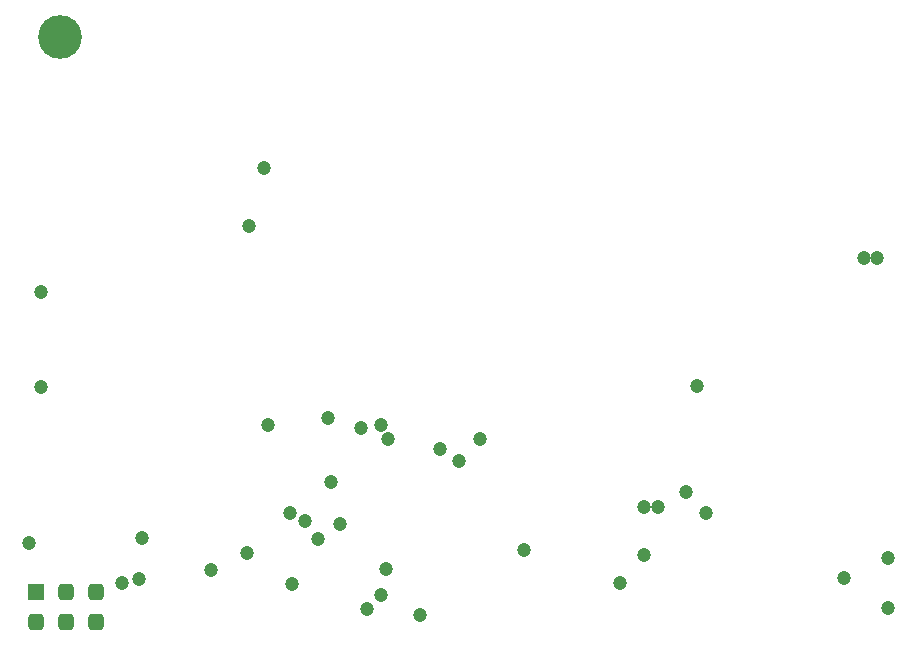
<source format=gbs>
%FSTAX25Y25*%
%MOIN*%
%SFA1B1*%

%IPPOS*%
%AMD58*
4,1,8,-0.011800,-0.027600,0.011800,-0.027600,0.027600,-0.011800,0.027600,0.011800,0.011800,0.027600,-0.011800,0.027600,-0.027600,0.011800,-0.027600,-0.011800,-0.011800,-0.027600,0.0*
1,1,0.031620,-0.011800,-0.011800*
1,1,0.031620,0.011800,-0.011800*
1,1,0.031620,0.011800,0.011800*
1,1,0.031620,-0.011800,0.011800*
%
%ADD57R,0.055240X0.055240*%
G04~CAMADD=58~8~0.0~0.0~552.4~552.4~158.1~0.0~15~0.0~0.0~0.0~0.0~0~0.0~0.0~0.0~0.0~0~0.0~0.0~0.0~180.0~552.0~552.0*
%ADD58D58*%
%ADD59C,0.047370*%
%ADD60C,0.145790*%
%LNvisitcardpcb-1*%
%LPD*%
G54D57*
X0007874Y0015748D03*
G54D58*
X0017874Y0015748D03*
X0027874D03*
X0007874Y0005748D03*
X0017874D03*
X0027874D03*
G54D59*
X007874Y0137795D03*
X0085039Y0071653D03*
X0093307Y0018504D03*
X0036614Y0018898D03*
X0066142Y0023228D03*
X0009449Y0084252D03*
Y0115748D03*
X0291732Y001063D03*
Y0027165D03*
X0042126Y0020079D03*
X0005502Y0032274D03*
X0078347Y002874D03*
X0097638Y003937D03*
X0202362Y0018898D03*
X0109055Y0038583D03*
X009252Y0042126D03*
X0105118Y0074016D03*
X0231102Y0042126D03*
X0116142Y0070472D03*
X022441Y0049213D03*
X0228346Y0084646D03*
X0106299Y0052362D03*
X0170472Y0029921D03*
X0125197Y0066929D03*
X0122834Y0071653D03*
X0155905Y0066929D03*
X0142519Y0063386D03*
X0277165Y0020472D03*
X0148819Y0059449D03*
X021063Y0028346D03*
X0101969Y0033465D03*
X011811Y0010236D03*
X0122835Y0014961D03*
X0083858Y0157087D03*
X0283755Y0127165D03*
X0288292D03*
X021063Y0044094D03*
X0215167D03*
X0124409Y0023622D03*
X0135827Y0008268D03*
X0043307Y0033858D03*
G54D60*
X0015748Y0200787D03*
M02*
</source>
